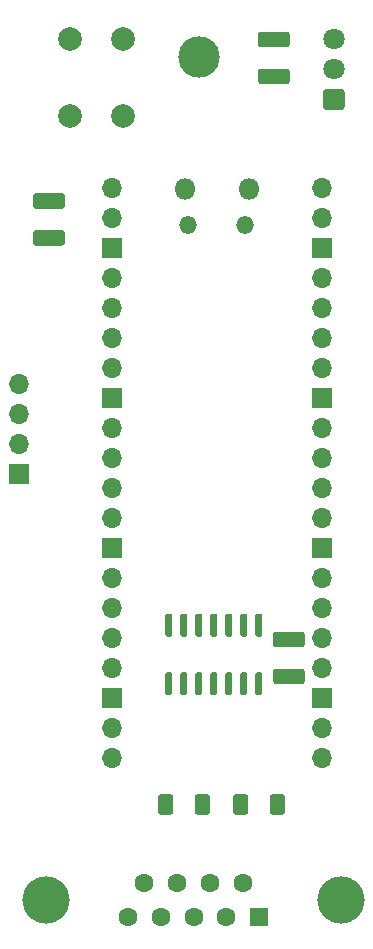
<source format=gbr>
%TF.GenerationSoftware,KiCad,Pcbnew,(5.1.10)-1*%
%TF.CreationDate,2021-12-02T15:45:15+11:00*%
%TF.ProjectId,BKM-10Rp2040,424b4d2d-3130-4527-9032-3034302e6b69,rev?*%
%TF.SameCoordinates,Original*%
%TF.FileFunction,Soldermask,Top*%
%TF.FilePolarity,Negative*%
%FSLAX46Y46*%
G04 Gerber Fmt 4.6, Leading zero omitted, Abs format (unit mm)*
G04 Created by KiCad (PCBNEW (5.1.10)-1) date 2021-12-02 15:45:15*
%MOMM*%
%LPD*%
G01*
G04 APERTURE LIST*
%ADD10C,3.500000*%
%ADD11O,1.500000X1.500000*%
%ADD12O,1.800000X1.800000*%
%ADD13O,1.700000X1.700000*%
%ADD14R,1.700000X1.700000*%
%ADD15C,1.800000*%
%ADD16C,2.000000*%
%ADD17C,4.000000*%
%ADD18C,1.600000*%
%ADD19R,1.600000X1.600000*%
G04 APERTURE END LIST*
%TO.C,R2*%
G36*
G01*
X126100000Y-127645000D02*
X126100000Y-128895000D01*
G75*
G02*
X125850000Y-129145000I-250000J0D01*
G01*
X125050000Y-129145000D01*
G75*
G02*
X124800000Y-128895000I0J250000D01*
G01*
X124800000Y-127645000D01*
G75*
G02*
X125050000Y-127395000I250000J0D01*
G01*
X125850000Y-127395000D01*
G75*
G02*
X126100000Y-127645000I0J-250000D01*
G01*
G37*
G36*
G01*
X129200000Y-127645000D02*
X129200000Y-128895000D01*
G75*
G02*
X128950000Y-129145000I-250000J0D01*
G01*
X128150000Y-129145000D01*
G75*
G02*
X127900000Y-128895000I0J250000D01*
G01*
X127900000Y-127645000D01*
G75*
G02*
X128150000Y-127395000I250000J0D01*
G01*
X128950000Y-127395000D01*
G75*
G02*
X129200000Y-127645000I0J-250000D01*
G01*
G37*
%TD*%
%TO.C,R1*%
G36*
G01*
X134250000Y-128895000D02*
X134250000Y-127645000D01*
G75*
G02*
X134500000Y-127395000I250000J0D01*
G01*
X135300000Y-127395000D01*
G75*
G02*
X135550000Y-127645000I0J-250000D01*
G01*
X135550000Y-128895000D01*
G75*
G02*
X135300000Y-129145000I-250000J0D01*
G01*
X134500000Y-129145000D01*
G75*
G02*
X134250000Y-128895000I0J250000D01*
G01*
G37*
G36*
G01*
X131150000Y-128895000D02*
X131150000Y-127645000D01*
G75*
G02*
X131400000Y-127395000I250000J0D01*
G01*
X132200000Y-127395000D01*
G75*
G02*
X132450000Y-127645000I0J-250000D01*
G01*
X132450000Y-128895000D01*
G75*
G02*
X132200000Y-129145000I-250000J0D01*
G01*
X131400000Y-129145000D01*
G75*
G02*
X131150000Y-128895000I0J250000D01*
G01*
G37*
%TD*%
D10*
%TO.C,H1*%
X128315720Y-65000000D03*
%TD*%
D11*
%TO.C,U2*%
X127359999Y-79225000D03*
X132209999Y-79225000D03*
D12*
X127059999Y-76195000D03*
X132509999Y-76195000D03*
D13*
X120894999Y-76065000D03*
X120894999Y-78605000D03*
D14*
X120894999Y-81145000D03*
D13*
X120894999Y-83685000D03*
X120894999Y-86225000D03*
X120894999Y-88765000D03*
X120894999Y-91305000D03*
D14*
X120894999Y-93845000D03*
D13*
X120894999Y-96385000D03*
X120894999Y-98925000D03*
X120894999Y-101465000D03*
X120894999Y-104005000D03*
D14*
X120894999Y-106545000D03*
D13*
X120894999Y-109085000D03*
X120894999Y-111625000D03*
X120894999Y-114165000D03*
X120894999Y-116705000D03*
D14*
X120894999Y-119245000D03*
D13*
X120894999Y-121785000D03*
X120894999Y-124325000D03*
X138674999Y-124325000D03*
X138674999Y-121785000D03*
D14*
X138674999Y-119245000D03*
D13*
X138674999Y-116705000D03*
X138674999Y-114165000D03*
X138674999Y-111625000D03*
X138674999Y-109085000D03*
D14*
X138674999Y-106545000D03*
D13*
X138674999Y-104005000D03*
X138674999Y-101465000D03*
X138674999Y-98925000D03*
X138674999Y-96385000D03*
D14*
X138674999Y-93845000D03*
D13*
X138674999Y-91305000D03*
X138674999Y-88765000D03*
X138674999Y-86225000D03*
X138674999Y-83685000D03*
D14*
X138674999Y-81145000D03*
D13*
X138674999Y-78605000D03*
X138674999Y-76065000D03*
%TD*%
%TO.C,J2*%
X113030000Y-92710000D03*
X113030000Y-95250000D03*
X113030000Y-97790000D03*
D14*
X113030000Y-100330000D03*
%TD*%
D15*
%TO.C,U3*%
X139700000Y-63500000D03*
X139700000Y-66040000D03*
G36*
G01*
X140349800Y-69480000D02*
X139050200Y-69480000D01*
G75*
G02*
X138800000Y-69229800I0J250200D01*
G01*
X138800000Y-67930200D01*
G75*
G02*
X139050200Y-67680000I250200J0D01*
G01*
X140349800Y-67680000D01*
G75*
G02*
X140600000Y-67930200I0J-250200D01*
G01*
X140600000Y-69229800D01*
G75*
G02*
X140349800Y-69480000I-250200J0D01*
G01*
G37*
%TD*%
D16*
%TO.C,SW1*%
X121843800Y-69994920D03*
X117343800Y-69994920D03*
X121843800Y-63494920D03*
X117343800Y-63494920D03*
%TD*%
D17*
%TO.C,J1*%
X140310000Y-136375000D03*
X115310000Y-136375000D03*
D18*
X123655000Y-134955000D03*
X126425000Y-134955000D03*
X129195000Y-134955000D03*
X131965000Y-134955000D03*
X122270000Y-137795000D03*
X125040000Y-137795000D03*
X127810000Y-137795000D03*
X130580000Y-137795000D03*
D19*
X133350000Y-137795000D03*
%TD*%
%TO.C,C4*%
G36*
G01*
X133519999Y-65962500D02*
X135720001Y-65962500D01*
G75*
G02*
X135970000Y-66212499I0J-249999D01*
G01*
X135970000Y-67037501D01*
G75*
G02*
X135720001Y-67287500I-249999J0D01*
G01*
X133519999Y-67287500D01*
G75*
G02*
X133270000Y-67037501I0J249999D01*
G01*
X133270000Y-66212499D01*
G75*
G02*
X133519999Y-65962500I249999J0D01*
G01*
G37*
G36*
G01*
X133519999Y-62837500D02*
X135720001Y-62837500D01*
G75*
G02*
X135970000Y-63087499I0J-249999D01*
G01*
X135970000Y-63912501D01*
G75*
G02*
X135720001Y-64162500I-249999J0D01*
G01*
X133519999Y-64162500D01*
G75*
G02*
X133270000Y-63912501I0J249999D01*
G01*
X133270000Y-63087499D01*
G75*
G02*
X133519999Y-62837500I249999J0D01*
G01*
G37*
%TD*%
%TO.C,C3*%
G36*
G01*
X136990001Y-114962500D02*
X134789999Y-114962500D01*
G75*
G02*
X134540000Y-114712501I0J249999D01*
G01*
X134540000Y-113887499D01*
G75*
G02*
X134789999Y-113637500I249999J0D01*
G01*
X136990001Y-113637500D01*
G75*
G02*
X137240000Y-113887499I0J-249999D01*
G01*
X137240000Y-114712501D01*
G75*
G02*
X136990001Y-114962500I-249999J0D01*
G01*
G37*
G36*
G01*
X136990001Y-118087500D02*
X134789999Y-118087500D01*
G75*
G02*
X134540000Y-117837501I0J249999D01*
G01*
X134540000Y-117012499D01*
G75*
G02*
X134789999Y-116762500I249999J0D01*
G01*
X136990001Y-116762500D01*
G75*
G02*
X137240000Y-117012499I0J-249999D01*
G01*
X137240000Y-117837501D01*
G75*
G02*
X136990001Y-118087500I-249999J0D01*
G01*
G37*
%TD*%
%TO.C,C2*%
G36*
G01*
X116670001Y-77840000D02*
X114469999Y-77840000D01*
G75*
G02*
X114220000Y-77590001I0J249999D01*
G01*
X114220000Y-76764999D01*
G75*
G02*
X114469999Y-76515000I249999J0D01*
G01*
X116670001Y-76515000D01*
G75*
G02*
X116920000Y-76764999I0J-249999D01*
G01*
X116920000Y-77590001D01*
G75*
G02*
X116670001Y-77840000I-249999J0D01*
G01*
G37*
G36*
G01*
X116670001Y-80965000D02*
X114469999Y-80965000D01*
G75*
G02*
X114220000Y-80715001I0J249999D01*
G01*
X114220000Y-79889999D01*
G75*
G02*
X114469999Y-79640000I249999J0D01*
G01*
X116670001Y-79640000D01*
G75*
G02*
X116920000Y-79889999I0J-249999D01*
G01*
X116920000Y-80715001D01*
G75*
G02*
X116670001Y-80965000I-249999J0D01*
G01*
G37*
%TD*%
%TO.C,U1*%
G36*
G01*
X133200000Y-117070000D02*
X133500000Y-117070000D01*
G75*
G02*
X133650000Y-117220000I0J-150000D01*
G01*
X133650000Y-118870000D01*
G75*
G02*
X133500000Y-119020000I-150000J0D01*
G01*
X133200000Y-119020000D01*
G75*
G02*
X133050000Y-118870000I0J150000D01*
G01*
X133050000Y-117220000D01*
G75*
G02*
X133200000Y-117070000I150000J0D01*
G01*
G37*
G36*
G01*
X131930000Y-117070000D02*
X132230000Y-117070000D01*
G75*
G02*
X132380000Y-117220000I0J-150000D01*
G01*
X132380000Y-118870000D01*
G75*
G02*
X132230000Y-119020000I-150000J0D01*
G01*
X131930000Y-119020000D01*
G75*
G02*
X131780000Y-118870000I0J150000D01*
G01*
X131780000Y-117220000D01*
G75*
G02*
X131930000Y-117070000I150000J0D01*
G01*
G37*
G36*
G01*
X130660000Y-117070000D02*
X130960000Y-117070000D01*
G75*
G02*
X131110000Y-117220000I0J-150000D01*
G01*
X131110000Y-118870000D01*
G75*
G02*
X130960000Y-119020000I-150000J0D01*
G01*
X130660000Y-119020000D01*
G75*
G02*
X130510000Y-118870000I0J150000D01*
G01*
X130510000Y-117220000D01*
G75*
G02*
X130660000Y-117070000I150000J0D01*
G01*
G37*
G36*
G01*
X129390000Y-117070000D02*
X129690000Y-117070000D01*
G75*
G02*
X129840000Y-117220000I0J-150000D01*
G01*
X129840000Y-118870000D01*
G75*
G02*
X129690000Y-119020000I-150000J0D01*
G01*
X129390000Y-119020000D01*
G75*
G02*
X129240000Y-118870000I0J150000D01*
G01*
X129240000Y-117220000D01*
G75*
G02*
X129390000Y-117070000I150000J0D01*
G01*
G37*
G36*
G01*
X128120000Y-117070000D02*
X128420000Y-117070000D01*
G75*
G02*
X128570000Y-117220000I0J-150000D01*
G01*
X128570000Y-118870000D01*
G75*
G02*
X128420000Y-119020000I-150000J0D01*
G01*
X128120000Y-119020000D01*
G75*
G02*
X127970000Y-118870000I0J150000D01*
G01*
X127970000Y-117220000D01*
G75*
G02*
X128120000Y-117070000I150000J0D01*
G01*
G37*
G36*
G01*
X126850000Y-117070000D02*
X127150000Y-117070000D01*
G75*
G02*
X127300000Y-117220000I0J-150000D01*
G01*
X127300000Y-118870000D01*
G75*
G02*
X127150000Y-119020000I-150000J0D01*
G01*
X126850000Y-119020000D01*
G75*
G02*
X126700000Y-118870000I0J150000D01*
G01*
X126700000Y-117220000D01*
G75*
G02*
X126850000Y-117070000I150000J0D01*
G01*
G37*
G36*
G01*
X125580000Y-117070000D02*
X125880000Y-117070000D01*
G75*
G02*
X126030000Y-117220000I0J-150000D01*
G01*
X126030000Y-118870000D01*
G75*
G02*
X125880000Y-119020000I-150000J0D01*
G01*
X125580000Y-119020000D01*
G75*
G02*
X125430000Y-118870000I0J150000D01*
G01*
X125430000Y-117220000D01*
G75*
G02*
X125580000Y-117070000I150000J0D01*
G01*
G37*
G36*
G01*
X125580000Y-112120000D02*
X125880000Y-112120000D01*
G75*
G02*
X126030000Y-112270000I0J-150000D01*
G01*
X126030000Y-113920000D01*
G75*
G02*
X125880000Y-114070000I-150000J0D01*
G01*
X125580000Y-114070000D01*
G75*
G02*
X125430000Y-113920000I0J150000D01*
G01*
X125430000Y-112270000D01*
G75*
G02*
X125580000Y-112120000I150000J0D01*
G01*
G37*
G36*
G01*
X126850000Y-112120000D02*
X127150000Y-112120000D01*
G75*
G02*
X127300000Y-112270000I0J-150000D01*
G01*
X127300000Y-113920000D01*
G75*
G02*
X127150000Y-114070000I-150000J0D01*
G01*
X126850000Y-114070000D01*
G75*
G02*
X126700000Y-113920000I0J150000D01*
G01*
X126700000Y-112270000D01*
G75*
G02*
X126850000Y-112120000I150000J0D01*
G01*
G37*
G36*
G01*
X128120000Y-112120000D02*
X128420000Y-112120000D01*
G75*
G02*
X128570000Y-112270000I0J-150000D01*
G01*
X128570000Y-113920000D01*
G75*
G02*
X128420000Y-114070000I-150000J0D01*
G01*
X128120000Y-114070000D01*
G75*
G02*
X127970000Y-113920000I0J150000D01*
G01*
X127970000Y-112270000D01*
G75*
G02*
X128120000Y-112120000I150000J0D01*
G01*
G37*
G36*
G01*
X129390000Y-112120000D02*
X129690000Y-112120000D01*
G75*
G02*
X129840000Y-112270000I0J-150000D01*
G01*
X129840000Y-113920000D01*
G75*
G02*
X129690000Y-114070000I-150000J0D01*
G01*
X129390000Y-114070000D01*
G75*
G02*
X129240000Y-113920000I0J150000D01*
G01*
X129240000Y-112270000D01*
G75*
G02*
X129390000Y-112120000I150000J0D01*
G01*
G37*
G36*
G01*
X130660000Y-112120000D02*
X130960000Y-112120000D01*
G75*
G02*
X131110000Y-112270000I0J-150000D01*
G01*
X131110000Y-113920000D01*
G75*
G02*
X130960000Y-114070000I-150000J0D01*
G01*
X130660000Y-114070000D01*
G75*
G02*
X130510000Y-113920000I0J150000D01*
G01*
X130510000Y-112270000D01*
G75*
G02*
X130660000Y-112120000I150000J0D01*
G01*
G37*
G36*
G01*
X131930000Y-112120000D02*
X132230000Y-112120000D01*
G75*
G02*
X132380000Y-112270000I0J-150000D01*
G01*
X132380000Y-113920000D01*
G75*
G02*
X132230000Y-114070000I-150000J0D01*
G01*
X131930000Y-114070000D01*
G75*
G02*
X131780000Y-113920000I0J150000D01*
G01*
X131780000Y-112270000D01*
G75*
G02*
X131930000Y-112120000I150000J0D01*
G01*
G37*
G36*
G01*
X133200000Y-112120000D02*
X133500000Y-112120000D01*
G75*
G02*
X133650000Y-112270000I0J-150000D01*
G01*
X133650000Y-113920000D01*
G75*
G02*
X133500000Y-114070000I-150000J0D01*
G01*
X133200000Y-114070000D01*
G75*
G02*
X133050000Y-113920000I0J150000D01*
G01*
X133050000Y-112270000D01*
G75*
G02*
X133200000Y-112120000I150000J0D01*
G01*
G37*
%TD*%
M02*

</source>
